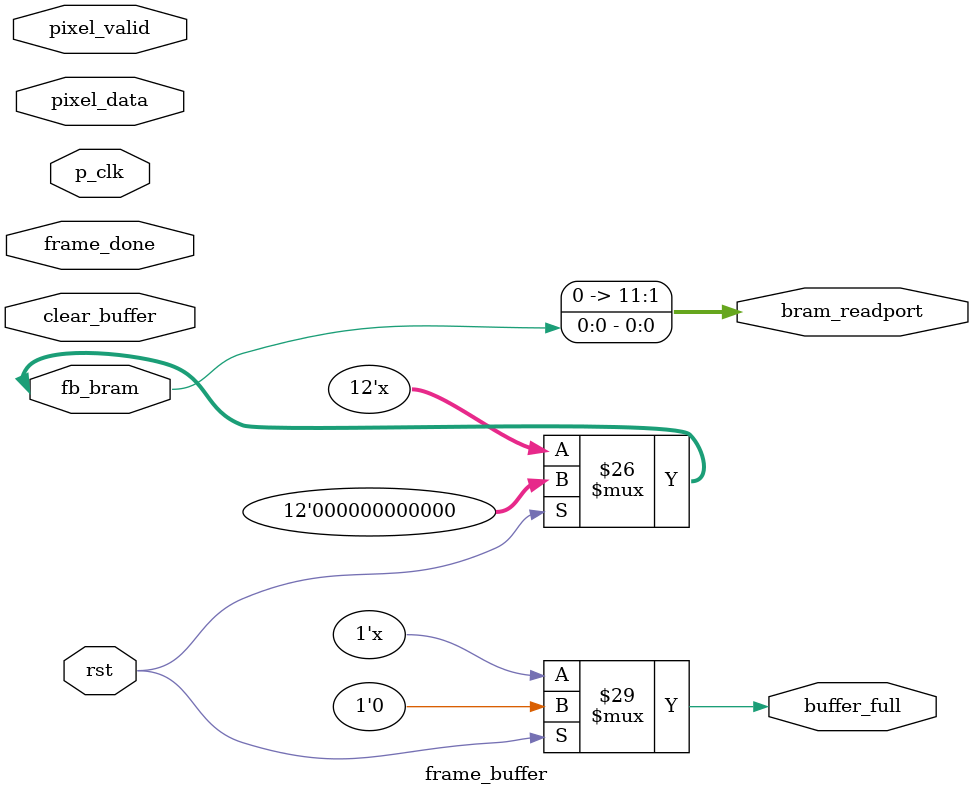
<source format=v>
`timescale 1ns / 1ps


module frame_buffer(
    input p_clk, rst,
    input frame_done, pixel_valid, clear_buffer,
    input [11:0] pixel_data,
    input [11:0] fb_bram,
    output reg buffer_full,
    output wire [11:0] bram_readport
    );

    parameter frame_size = 480*640;   // 480x640p
    parameter pixel_size = 12;
    localparam frame_pixels = frame_size * pixel_size;

    // Initialize block RAM
//    reg [11:0] frame_buffer [0:frame_pixels-1];  // block ram for data
    reg [18:0] fb_index;    // 19-bit counter to keep track of frame buffer location
    assign bram_readport = fb_bram[0]; // Set read port to be the first bit of frame_buffer

    // Set up FSM
    localparam  CLEAR_BUF=0, // FSM names
                BUF_WRITE=1, 
                BUF_FULL=2;
    reg [1:0] fsm_state=0;

    // FSM
    // FS
    // always @ (posedge p_clk, posedge rst) begin  // Handling synchronization in top module
    always @ (*) begin
        if (rst) begin
            fb_index <= 0;
            buffer_full <= 0;
            fb_bram <= {(frame_size){12'b0}};  // Fill frame_buffer with zeros
        end
        else begin
            case (fsm_state) 
                CLEAR_BUF: begin
                    fb_index <= 0;
                    buffer_full <= 0;
                    fb_bram <= {(frame_size){12'b0}};  // Fill frame_buffer with zeros

                    fsm_state <= clear_buffer ? CLEAR_BUF : BUF_WRITE;
                end
                BUF_WRITE: begin
                    fb_bram[fb_index] <= pixel_valid ? pixel_data : 12'b0;  // If pixel not valid, fill with 0s
                    fb_index <= fb_index + 1;

                    fsm_state <= clear_buffer ? CLEAR_BUF : (fb_index == frame_size-1) || (frame_done) ? BUF_FULL : BUF_WRITE;
                end
                BUF_FULL: begin
                    buffer_full <= 1;

                    fsm_state <= clear_buffer ? CLEAR_BUF : BUF_FULL;   // Wait for input to clear buffer
                end
                default: begin
                    fsm_state <= CLEAR_BUF;
                end
            endcase
        end 
    end


endmodule

</source>
